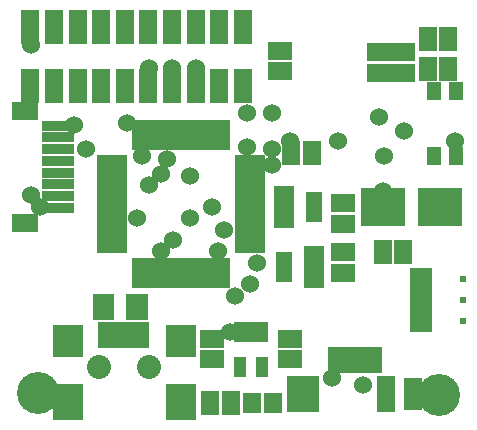
<source format=gbr>
%FSLAX23Y23*%
%MOIN*%
G04 EasyPC Gerber Version 13.0.2 Build 2807 *
%ADD126R,0.02100X0.02100*%
%ADD118R,0.02800X0.10000*%
%ADD119R,0.10000X0.02800*%
%ADD122R,0.11000X0.03800*%
%ADD133R,0.04000X0.07000*%
%ADD128R,0.04200X0.09000*%
%ADD117R,0.05000X0.09000*%
%ADD124R,0.05150X0.05937*%
%ADD120R,0.05500X0.10000*%
%ADD132R,0.06000X0.07000*%
%ADD18R,0.06000X0.08000*%
%ADD135R,0.06000X0.11000*%
%ADD134R,0.06000X0.12000*%
%ADD19R,0.06300X0.11500*%
%ADD121R,0.07000X0.14000*%
%ADD125R,0.07500X0.07500*%
%ADD129R,0.10000X0.11000*%
%ADD130R,0.10000X0.12000*%
%ADD136C,0.06000*%
%ADD131C,0.08000*%
%ADD10C,0.14000*%
%ADD15R,0.08000X0.06000*%
%ADD123R,0.09000X0.06000*%
%ADD127R,0.15000X0.13000*%
X0Y0D02*
D02*
D10*
X17303Y17436D03*
X18638Y17431D03*
D02*
D15*
X17882Y17550D03*
Y17618D03*
X18107Y18510D03*
Y18578D03*
X18142Y17550D03*
Y17618D03*
X18319Y17837D03*
Y17906D03*
Y18002D03*
Y18071D03*
X18438Y18505D03*
Y18573D03*
X18517Y18505D03*
Y18573D03*
D02*
D18*
X17876Y17404D03*
X17945D03*
X18146Y18236D03*
X18215D03*
X18451Y17907D03*
X18519D03*
X18601Y18517D03*
Y18617D03*
X18669Y18517D03*
Y18617D03*
D02*
D19*
X17276Y18460D03*
Y18656D03*
X17355Y18460D03*
Y18656D03*
X17434Y18460D03*
Y18656D03*
X17513Y18460D03*
Y18656D03*
X17591Y18460D03*
Y18656D03*
X17670Y18460D03*
Y18656D03*
X17749Y18460D03*
Y18656D03*
X17828Y18460D03*
Y18656D03*
X17906Y18460D03*
Y18656D03*
X17985Y18460D03*
Y18656D03*
D02*
D117*
X17508Y17724D03*
X17533Y17724D03*
X17620D03*
X17645Y17724D03*
X18291Y17548D03*
X18336D03*
D03*
X18381D03*
X18426D03*
D02*
D118*
X17628Y17836D03*
Y18296D03*
X17648Y17836D03*
Y18296D03*
X17668Y17836D03*
Y18296D03*
X17688Y17836D03*
Y18296D03*
X17708Y17836D03*
Y18296D03*
X17728Y17836D03*
Y18296D03*
X17748Y17836D03*
Y18296D03*
X17768Y17836D03*
Y18296D03*
X17788Y17836D03*
Y18296D03*
X17808Y17836D03*
Y18296D03*
X17828Y17836D03*
Y18296D03*
X17848Y17836D03*
Y18296D03*
X17868Y17836D03*
Y18296D03*
X17888Y17836D03*
Y18296D03*
X17908Y17836D03*
Y18296D03*
X17928Y17836D03*
Y18296D03*
D02*
D119*
X17548Y17916D03*
Y17936D03*
Y17956D03*
Y17976D03*
Y17996D03*
Y18016D03*
Y18036D03*
Y18056D03*
Y18076D03*
Y18096D03*
Y18116D03*
Y18136D03*
Y18156D03*
Y18176D03*
Y18196D03*
Y18216D03*
X18008Y17916D03*
Y17936D03*
Y17956D03*
Y17976D03*
Y17996D03*
Y18016D03*
Y18036D03*
Y18056D03*
Y18076D03*
Y18096D03*
Y18116D03*
Y18136D03*
Y18156D03*
Y18176D03*
Y18196D03*
Y18216D03*
D02*
D120*
X18123Y17856D03*
X18223Y18056D03*
D02*
D121*
X18123D03*
X18223Y17856D03*
D02*
D122*
X17369Y18055D03*
Y18094D03*
Y18133D03*
Y18172D03*
Y18211D03*
Y18250D03*
Y18289D03*
Y18328D03*
D02*
D123*
X17258Y18005D03*
Y18376D03*
D02*
D124*
X18623Y18228D03*
Y18444D03*
X18694Y18228D03*
Y18444D03*
D02*
D125*
X18578Y17677D03*
Y17747D03*
Y17817D03*
D02*
D126*
X18718Y17677D03*
Y17747D03*
Y17817D03*
D02*
D127*
X18453Y18056D03*
X18643D03*
D02*
D128*
X17523Y17632D03*
X17555D03*
X17587D03*
X17619D03*
X17651D03*
D02*
D129*
X17402Y17612D03*
X17777D03*
D02*
D130*
X17403Y17408D03*
X17778D03*
D02*
D131*
X17504Y17525D03*
X17672D03*
D02*
D132*
X18016Y17404D03*
X18085D03*
D02*
D133*
X17975Y17524D03*
Y17639D03*
X18012Y17639D03*
X18050Y17524D03*
Y17639D03*
D02*
D134*
X18163Y17434D03*
X18208D03*
X18463D03*
D02*
D135*
X18553Y17434D03*
D02*
D136*
X17278Y18096D03*
Y18596D03*
X17308Y18056D03*
X17423Y18331D03*
X17463Y18251D03*
X17598Y18336D03*
X17633Y18021D03*
X17648Y18226D03*
X17673Y18131D03*
Y18521D03*
X17713Y17911D03*
Y18166D03*
X17733Y18216D03*
X17748Y18521D03*
X17753Y17946D03*
X17808Y18021D03*
Y18161D03*
X17828Y18521D03*
X17883Y18056D03*
X17903Y17911D03*
X17923Y17981D03*
X17943Y17641D03*
X17958Y17761D03*
X17998Y18256D03*
Y18371D03*
X18008Y17801D03*
X18033Y17871D03*
X18083Y18196D03*
Y18251D03*
Y18371D03*
X18143Y18276D03*
X18283Y17486D03*
X18303Y18276D03*
X18384Y17465D03*
X18438Y18356D03*
X18453Y18111D03*
X18455Y18226D03*
X18523Y18311D03*
X18693Y18276D03*
X0Y0D02*
M02*

</source>
